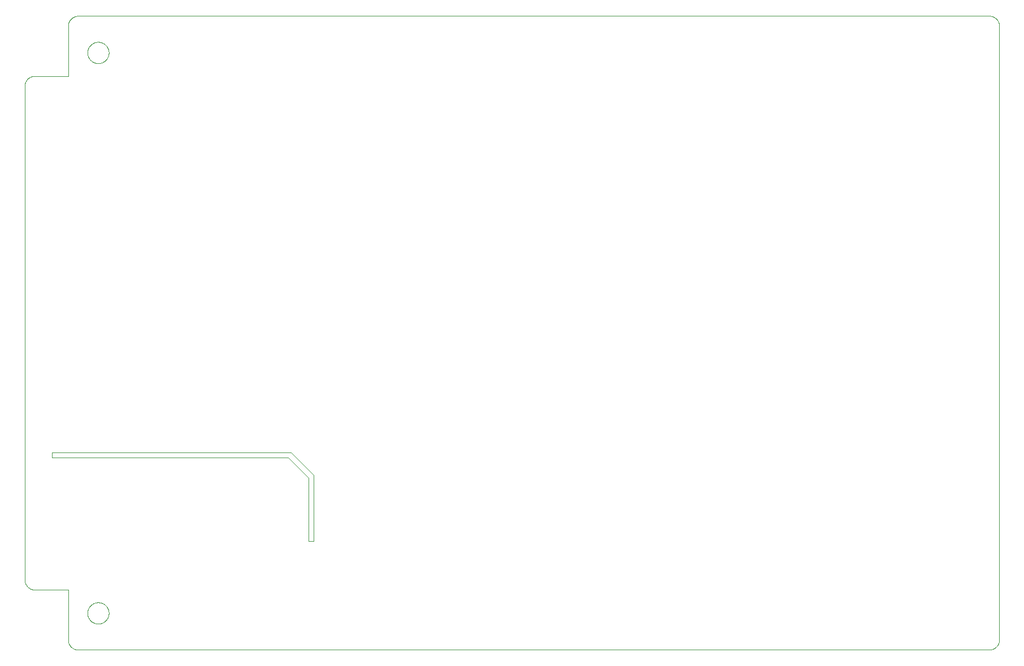
<source format=gko>
G75*
%MOIN*%
%OFA0B0*%
%FSLAX25Y25*%
%IPPOS*%
%LPD*%
%AMOC8*
5,1,8,0,0,1.08239X$1,22.5*
%
%ADD10C,0.00394*%
%ADD11C,0.00000*%
D10*
X0120278Y0071925D02*
X0120278Y0101453D01*
X0100593Y0101453D01*
X0100593Y0101452D02*
X0100441Y0101454D01*
X0100289Y0101460D01*
X0100137Y0101470D01*
X0099986Y0101483D01*
X0099835Y0101501D01*
X0099684Y0101522D01*
X0099534Y0101548D01*
X0099385Y0101577D01*
X0099236Y0101610D01*
X0099089Y0101647D01*
X0098942Y0101687D01*
X0098797Y0101732D01*
X0098653Y0101780D01*
X0098510Y0101832D01*
X0098368Y0101887D01*
X0098228Y0101946D01*
X0098089Y0102009D01*
X0097952Y0102075D01*
X0097817Y0102145D01*
X0097684Y0102218D01*
X0097553Y0102295D01*
X0097423Y0102375D01*
X0097296Y0102458D01*
X0097171Y0102544D01*
X0097048Y0102634D01*
X0096928Y0102727D01*
X0096810Y0102823D01*
X0096694Y0102922D01*
X0096581Y0103024D01*
X0096471Y0103128D01*
X0096363Y0103236D01*
X0096259Y0103346D01*
X0096157Y0103459D01*
X0096058Y0103575D01*
X0095962Y0103693D01*
X0095869Y0103813D01*
X0095779Y0103936D01*
X0095693Y0104061D01*
X0095610Y0104188D01*
X0095530Y0104318D01*
X0095453Y0104449D01*
X0095380Y0104582D01*
X0095310Y0104717D01*
X0095244Y0104854D01*
X0095181Y0104993D01*
X0095122Y0105133D01*
X0095067Y0105275D01*
X0095015Y0105418D01*
X0094967Y0105562D01*
X0094922Y0105707D01*
X0094882Y0105854D01*
X0094845Y0106001D01*
X0094812Y0106150D01*
X0094783Y0106299D01*
X0094757Y0106449D01*
X0094736Y0106600D01*
X0094718Y0106751D01*
X0094705Y0106902D01*
X0094695Y0107054D01*
X0094689Y0107206D01*
X0094687Y0107358D01*
X0094688Y0107358D02*
X0094688Y0398697D01*
X0094687Y0398697D02*
X0094689Y0398849D01*
X0094695Y0399001D01*
X0094705Y0399153D01*
X0094718Y0399304D01*
X0094736Y0399455D01*
X0094757Y0399606D01*
X0094783Y0399756D01*
X0094812Y0399905D01*
X0094845Y0400054D01*
X0094882Y0400201D01*
X0094922Y0400348D01*
X0094967Y0400493D01*
X0095015Y0400637D01*
X0095067Y0400780D01*
X0095122Y0400922D01*
X0095181Y0401062D01*
X0095244Y0401201D01*
X0095310Y0401338D01*
X0095380Y0401473D01*
X0095453Y0401606D01*
X0095530Y0401737D01*
X0095610Y0401867D01*
X0095693Y0401994D01*
X0095779Y0402119D01*
X0095869Y0402242D01*
X0095962Y0402362D01*
X0096058Y0402480D01*
X0096157Y0402596D01*
X0096259Y0402709D01*
X0096363Y0402819D01*
X0096471Y0402927D01*
X0096581Y0403031D01*
X0096694Y0403133D01*
X0096810Y0403232D01*
X0096928Y0403328D01*
X0097048Y0403421D01*
X0097171Y0403511D01*
X0097296Y0403597D01*
X0097423Y0403680D01*
X0097553Y0403760D01*
X0097684Y0403837D01*
X0097817Y0403910D01*
X0097952Y0403980D01*
X0098089Y0404046D01*
X0098228Y0404109D01*
X0098368Y0404168D01*
X0098510Y0404223D01*
X0098653Y0404275D01*
X0098797Y0404323D01*
X0098942Y0404368D01*
X0099089Y0404408D01*
X0099236Y0404445D01*
X0099385Y0404478D01*
X0099534Y0404507D01*
X0099684Y0404533D01*
X0099835Y0404554D01*
X0099986Y0404572D01*
X0100137Y0404585D01*
X0100289Y0404595D01*
X0100441Y0404601D01*
X0100593Y0404603D01*
X0100593Y0404602D02*
X0120278Y0404602D01*
X0120278Y0434130D01*
X0120280Y0434282D01*
X0120286Y0434434D01*
X0120296Y0434586D01*
X0120309Y0434737D01*
X0120327Y0434888D01*
X0120348Y0435039D01*
X0120374Y0435189D01*
X0120403Y0435338D01*
X0120436Y0435487D01*
X0120473Y0435634D01*
X0120513Y0435781D01*
X0120558Y0435926D01*
X0120606Y0436070D01*
X0120658Y0436213D01*
X0120713Y0436355D01*
X0120772Y0436495D01*
X0120835Y0436634D01*
X0120901Y0436771D01*
X0120971Y0436906D01*
X0121044Y0437039D01*
X0121121Y0437170D01*
X0121201Y0437300D01*
X0121284Y0437427D01*
X0121370Y0437552D01*
X0121460Y0437675D01*
X0121553Y0437795D01*
X0121649Y0437913D01*
X0121748Y0438029D01*
X0121850Y0438142D01*
X0121954Y0438252D01*
X0122062Y0438360D01*
X0122172Y0438464D01*
X0122285Y0438566D01*
X0122401Y0438665D01*
X0122519Y0438761D01*
X0122639Y0438854D01*
X0122762Y0438944D01*
X0122887Y0439030D01*
X0123014Y0439113D01*
X0123144Y0439193D01*
X0123275Y0439270D01*
X0123408Y0439343D01*
X0123543Y0439413D01*
X0123680Y0439479D01*
X0123819Y0439542D01*
X0123959Y0439601D01*
X0124101Y0439656D01*
X0124244Y0439708D01*
X0124388Y0439756D01*
X0124533Y0439801D01*
X0124680Y0439841D01*
X0124827Y0439878D01*
X0124976Y0439911D01*
X0125125Y0439940D01*
X0125275Y0439966D01*
X0125426Y0439987D01*
X0125577Y0440005D01*
X0125728Y0440018D01*
X0125880Y0440028D01*
X0126032Y0440034D01*
X0126184Y0440036D01*
X0126184Y0440035D02*
X0663585Y0440035D01*
X0663585Y0440036D02*
X0663737Y0440034D01*
X0663889Y0440028D01*
X0664041Y0440018D01*
X0664192Y0440005D01*
X0664343Y0439987D01*
X0664494Y0439966D01*
X0664644Y0439940D01*
X0664793Y0439911D01*
X0664942Y0439878D01*
X0665089Y0439841D01*
X0665236Y0439801D01*
X0665381Y0439756D01*
X0665525Y0439708D01*
X0665668Y0439656D01*
X0665810Y0439601D01*
X0665950Y0439542D01*
X0666089Y0439479D01*
X0666226Y0439413D01*
X0666361Y0439343D01*
X0666494Y0439270D01*
X0666625Y0439193D01*
X0666755Y0439113D01*
X0666882Y0439030D01*
X0667007Y0438944D01*
X0667130Y0438854D01*
X0667250Y0438761D01*
X0667368Y0438665D01*
X0667484Y0438566D01*
X0667597Y0438464D01*
X0667707Y0438360D01*
X0667815Y0438252D01*
X0667919Y0438142D01*
X0668021Y0438029D01*
X0668120Y0437913D01*
X0668216Y0437795D01*
X0668309Y0437675D01*
X0668399Y0437552D01*
X0668485Y0437427D01*
X0668568Y0437300D01*
X0668648Y0437170D01*
X0668725Y0437039D01*
X0668798Y0436906D01*
X0668868Y0436771D01*
X0668934Y0436634D01*
X0668997Y0436495D01*
X0669056Y0436355D01*
X0669111Y0436213D01*
X0669163Y0436070D01*
X0669211Y0435926D01*
X0669256Y0435781D01*
X0669296Y0435634D01*
X0669333Y0435487D01*
X0669366Y0435338D01*
X0669395Y0435189D01*
X0669421Y0435039D01*
X0669442Y0434888D01*
X0669460Y0434737D01*
X0669473Y0434586D01*
X0669483Y0434434D01*
X0669489Y0434282D01*
X0669491Y0434130D01*
X0669491Y0071925D01*
X0669489Y0071773D01*
X0669483Y0071621D01*
X0669473Y0071469D01*
X0669460Y0071318D01*
X0669442Y0071167D01*
X0669421Y0071016D01*
X0669395Y0070866D01*
X0669366Y0070717D01*
X0669333Y0070568D01*
X0669296Y0070421D01*
X0669256Y0070274D01*
X0669211Y0070129D01*
X0669163Y0069985D01*
X0669111Y0069842D01*
X0669056Y0069700D01*
X0668997Y0069560D01*
X0668934Y0069421D01*
X0668868Y0069284D01*
X0668798Y0069149D01*
X0668725Y0069016D01*
X0668648Y0068885D01*
X0668568Y0068755D01*
X0668485Y0068628D01*
X0668399Y0068503D01*
X0668309Y0068380D01*
X0668216Y0068260D01*
X0668120Y0068142D01*
X0668021Y0068026D01*
X0667919Y0067913D01*
X0667815Y0067803D01*
X0667707Y0067695D01*
X0667597Y0067591D01*
X0667484Y0067489D01*
X0667368Y0067390D01*
X0667250Y0067294D01*
X0667130Y0067201D01*
X0667007Y0067111D01*
X0666882Y0067025D01*
X0666755Y0066942D01*
X0666625Y0066862D01*
X0666494Y0066785D01*
X0666361Y0066712D01*
X0666226Y0066642D01*
X0666089Y0066576D01*
X0665950Y0066513D01*
X0665810Y0066454D01*
X0665668Y0066399D01*
X0665525Y0066347D01*
X0665381Y0066299D01*
X0665236Y0066254D01*
X0665089Y0066214D01*
X0664942Y0066177D01*
X0664793Y0066144D01*
X0664644Y0066115D01*
X0664494Y0066089D01*
X0664343Y0066068D01*
X0664192Y0066050D01*
X0664041Y0066037D01*
X0663889Y0066027D01*
X0663737Y0066021D01*
X0663585Y0066019D01*
X0663585Y0066020D02*
X0126184Y0066020D01*
X0126184Y0066019D02*
X0126032Y0066021D01*
X0125880Y0066027D01*
X0125728Y0066037D01*
X0125577Y0066050D01*
X0125426Y0066068D01*
X0125275Y0066089D01*
X0125125Y0066115D01*
X0124976Y0066144D01*
X0124827Y0066177D01*
X0124680Y0066214D01*
X0124533Y0066254D01*
X0124388Y0066299D01*
X0124244Y0066347D01*
X0124101Y0066399D01*
X0123959Y0066454D01*
X0123819Y0066513D01*
X0123680Y0066576D01*
X0123543Y0066642D01*
X0123408Y0066712D01*
X0123275Y0066785D01*
X0123144Y0066862D01*
X0123014Y0066942D01*
X0122887Y0067025D01*
X0122762Y0067111D01*
X0122639Y0067201D01*
X0122519Y0067294D01*
X0122401Y0067390D01*
X0122285Y0067489D01*
X0122172Y0067591D01*
X0122062Y0067695D01*
X0121954Y0067803D01*
X0121850Y0067913D01*
X0121748Y0068026D01*
X0121649Y0068142D01*
X0121553Y0068260D01*
X0121460Y0068380D01*
X0121370Y0068503D01*
X0121284Y0068628D01*
X0121201Y0068755D01*
X0121121Y0068885D01*
X0121044Y0069016D01*
X0120971Y0069149D01*
X0120901Y0069284D01*
X0120835Y0069421D01*
X0120772Y0069560D01*
X0120713Y0069700D01*
X0120658Y0069842D01*
X0120606Y0069985D01*
X0120558Y0070129D01*
X0120513Y0070274D01*
X0120473Y0070421D01*
X0120436Y0070568D01*
X0120403Y0070717D01*
X0120374Y0070866D01*
X0120348Y0071016D01*
X0120327Y0071167D01*
X0120309Y0071318D01*
X0120296Y0071469D01*
X0120286Y0071621D01*
X0120280Y0071773D01*
X0120278Y0071925D01*
X0262188Y0130270D02*
X0262188Y0167520D01*
X0250188Y0179520D01*
X0110938Y0179520D01*
X0110938Y0182520D01*
X0251688Y0182520D01*
X0265188Y0169020D01*
X0265188Y0130270D01*
X0262188Y0130270D01*
D11*
X0131696Y0087673D02*
X0131698Y0087831D01*
X0131704Y0087989D01*
X0131714Y0088147D01*
X0131728Y0088305D01*
X0131746Y0088462D01*
X0131767Y0088619D01*
X0131793Y0088775D01*
X0131823Y0088931D01*
X0131856Y0089086D01*
X0131894Y0089239D01*
X0131935Y0089392D01*
X0131980Y0089544D01*
X0132029Y0089695D01*
X0132082Y0089844D01*
X0132138Y0089992D01*
X0132198Y0090138D01*
X0132262Y0090283D01*
X0132330Y0090426D01*
X0132401Y0090568D01*
X0132475Y0090708D01*
X0132553Y0090845D01*
X0132635Y0090981D01*
X0132719Y0091115D01*
X0132808Y0091246D01*
X0132899Y0091375D01*
X0132994Y0091502D01*
X0133091Y0091627D01*
X0133192Y0091749D01*
X0133296Y0091868D01*
X0133403Y0091985D01*
X0133513Y0092099D01*
X0133626Y0092210D01*
X0133741Y0092319D01*
X0133859Y0092424D01*
X0133980Y0092526D01*
X0134103Y0092626D01*
X0134229Y0092722D01*
X0134357Y0092815D01*
X0134487Y0092905D01*
X0134620Y0092991D01*
X0134755Y0093075D01*
X0134891Y0093154D01*
X0135030Y0093231D01*
X0135171Y0093303D01*
X0135313Y0093373D01*
X0135457Y0093438D01*
X0135603Y0093500D01*
X0135750Y0093558D01*
X0135899Y0093613D01*
X0136049Y0093664D01*
X0136200Y0093711D01*
X0136352Y0093754D01*
X0136505Y0093793D01*
X0136660Y0093829D01*
X0136815Y0093860D01*
X0136971Y0093888D01*
X0137127Y0093912D01*
X0137284Y0093932D01*
X0137442Y0093948D01*
X0137599Y0093960D01*
X0137758Y0093968D01*
X0137916Y0093972D01*
X0138074Y0093972D01*
X0138232Y0093968D01*
X0138391Y0093960D01*
X0138548Y0093948D01*
X0138706Y0093932D01*
X0138863Y0093912D01*
X0139019Y0093888D01*
X0139175Y0093860D01*
X0139330Y0093829D01*
X0139485Y0093793D01*
X0139638Y0093754D01*
X0139790Y0093711D01*
X0139941Y0093664D01*
X0140091Y0093613D01*
X0140240Y0093558D01*
X0140387Y0093500D01*
X0140533Y0093438D01*
X0140677Y0093373D01*
X0140819Y0093303D01*
X0140960Y0093231D01*
X0141099Y0093154D01*
X0141235Y0093075D01*
X0141370Y0092991D01*
X0141503Y0092905D01*
X0141633Y0092815D01*
X0141761Y0092722D01*
X0141887Y0092626D01*
X0142010Y0092526D01*
X0142131Y0092424D01*
X0142249Y0092319D01*
X0142364Y0092210D01*
X0142477Y0092099D01*
X0142587Y0091985D01*
X0142694Y0091868D01*
X0142798Y0091749D01*
X0142899Y0091627D01*
X0142996Y0091502D01*
X0143091Y0091375D01*
X0143182Y0091246D01*
X0143271Y0091115D01*
X0143355Y0090981D01*
X0143437Y0090845D01*
X0143515Y0090708D01*
X0143589Y0090568D01*
X0143660Y0090426D01*
X0143728Y0090283D01*
X0143792Y0090138D01*
X0143852Y0089992D01*
X0143908Y0089844D01*
X0143961Y0089695D01*
X0144010Y0089544D01*
X0144055Y0089392D01*
X0144096Y0089239D01*
X0144134Y0089086D01*
X0144167Y0088931D01*
X0144197Y0088775D01*
X0144223Y0088619D01*
X0144244Y0088462D01*
X0144262Y0088305D01*
X0144276Y0088147D01*
X0144286Y0087989D01*
X0144292Y0087831D01*
X0144294Y0087673D01*
X0144292Y0087515D01*
X0144286Y0087357D01*
X0144276Y0087199D01*
X0144262Y0087041D01*
X0144244Y0086884D01*
X0144223Y0086727D01*
X0144197Y0086571D01*
X0144167Y0086415D01*
X0144134Y0086260D01*
X0144096Y0086107D01*
X0144055Y0085954D01*
X0144010Y0085802D01*
X0143961Y0085651D01*
X0143908Y0085502D01*
X0143852Y0085354D01*
X0143792Y0085208D01*
X0143728Y0085063D01*
X0143660Y0084920D01*
X0143589Y0084778D01*
X0143515Y0084638D01*
X0143437Y0084501D01*
X0143355Y0084365D01*
X0143271Y0084231D01*
X0143182Y0084100D01*
X0143091Y0083971D01*
X0142996Y0083844D01*
X0142899Y0083719D01*
X0142798Y0083597D01*
X0142694Y0083478D01*
X0142587Y0083361D01*
X0142477Y0083247D01*
X0142364Y0083136D01*
X0142249Y0083027D01*
X0142131Y0082922D01*
X0142010Y0082820D01*
X0141887Y0082720D01*
X0141761Y0082624D01*
X0141633Y0082531D01*
X0141503Y0082441D01*
X0141370Y0082355D01*
X0141235Y0082271D01*
X0141099Y0082192D01*
X0140960Y0082115D01*
X0140819Y0082043D01*
X0140677Y0081973D01*
X0140533Y0081908D01*
X0140387Y0081846D01*
X0140240Y0081788D01*
X0140091Y0081733D01*
X0139941Y0081682D01*
X0139790Y0081635D01*
X0139638Y0081592D01*
X0139485Y0081553D01*
X0139330Y0081517D01*
X0139175Y0081486D01*
X0139019Y0081458D01*
X0138863Y0081434D01*
X0138706Y0081414D01*
X0138548Y0081398D01*
X0138391Y0081386D01*
X0138232Y0081378D01*
X0138074Y0081374D01*
X0137916Y0081374D01*
X0137758Y0081378D01*
X0137599Y0081386D01*
X0137442Y0081398D01*
X0137284Y0081414D01*
X0137127Y0081434D01*
X0136971Y0081458D01*
X0136815Y0081486D01*
X0136660Y0081517D01*
X0136505Y0081553D01*
X0136352Y0081592D01*
X0136200Y0081635D01*
X0136049Y0081682D01*
X0135899Y0081733D01*
X0135750Y0081788D01*
X0135603Y0081846D01*
X0135457Y0081908D01*
X0135313Y0081973D01*
X0135171Y0082043D01*
X0135030Y0082115D01*
X0134891Y0082192D01*
X0134755Y0082271D01*
X0134620Y0082355D01*
X0134487Y0082441D01*
X0134357Y0082531D01*
X0134229Y0082624D01*
X0134103Y0082720D01*
X0133980Y0082820D01*
X0133859Y0082922D01*
X0133741Y0083027D01*
X0133626Y0083136D01*
X0133513Y0083247D01*
X0133403Y0083361D01*
X0133296Y0083478D01*
X0133192Y0083597D01*
X0133091Y0083719D01*
X0132994Y0083844D01*
X0132899Y0083971D01*
X0132808Y0084100D01*
X0132719Y0084231D01*
X0132635Y0084365D01*
X0132553Y0084501D01*
X0132475Y0084638D01*
X0132401Y0084778D01*
X0132330Y0084920D01*
X0132262Y0085063D01*
X0132198Y0085208D01*
X0132138Y0085354D01*
X0132082Y0085502D01*
X0132029Y0085651D01*
X0131980Y0085802D01*
X0131935Y0085954D01*
X0131894Y0086107D01*
X0131856Y0086260D01*
X0131823Y0086415D01*
X0131793Y0086571D01*
X0131767Y0086727D01*
X0131746Y0086884D01*
X0131728Y0087041D01*
X0131714Y0087199D01*
X0131704Y0087357D01*
X0131698Y0087515D01*
X0131696Y0087673D01*
X0131696Y0418382D02*
X0131698Y0418540D01*
X0131704Y0418698D01*
X0131714Y0418856D01*
X0131728Y0419014D01*
X0131746Y0419171D01*
X0131767Y0419328D01*
X0131793Y0419484D01*
X0131823Y0419640D01*
X0131856Y0419795D01*
X0131894Y0419948D01*
X0131935Y0420101D01*
X0131980Y0420253D01*
X0132029Y0420404D01*
X0132082Y0420553D01*
X0132138Y0420701D01*
X0132198Y0420847D01*
X0132262Y0420992D01*
X0132330Y0421135D01*
X0132401Y0421277D01*
X0132475Y0421417D01*
X0132553Y0421554D01*
X0132635Y0421690D01*
X0132719Y0421824D01*
X0132808Y0421955D01*
X0132899Y0422084D01*
X0132994Y0422211D01*
X0133091Y0422336D01*
X0133192Y0422458D01*
X0133296Y0422577D01*
X0133403Y0422694D01*
X0133513Y0422808D01*
X0133626Y0422919D01*
X0133741Y0423028D01*
X0133859Y0423133D01*
X0133980Y0423235D01*
X0134103Y0423335D01*
X0134229Y0423431D01*
X0134357Y0423524D01*
X0134487Y0423614D01*
X0134620Y0423700D01*
X0134755Y0423784D01*
X0134891Y0423863D01*
X0135030Y0423940D01*
X0135171Y0424012D01*
X0135313Y0424082D01*
X0135457Y0424147D01*
X0135603Y0424209D01*
X0135750Y0424267D01*
X0135899Y0424322D01*
X0136049Y0424373D01*
X0136200Y0424420D01*
X0136352Y0424463D01*
X0136505Y0424502D01*
X0136660Y0424538D01*
X0136815Y0424569D01*
X0136971Y0424597D01*
X0137127Y0424621D01*
X0137284Y0424641D01*
X0137442Y0424657D01*
X0137599Y0424669D01*
X0137758Y0424677D01*
X0137916Y0424681D01*
X0138074Y0424681D01*
X0138232Y0424677D01*
X0138391Y0424669D01*
X0138548Y0424657D01*
X0138706Y0424641D01*
X0138863Y0424621D01*
X0139019Y0424597D01*
X0139175Y0424569D01*
X0139330Y0424538D01*
X0139485Y0424502D01*
X0139638Y0424463D01*
X0139790Y0424420D01*
X0139941Y0424373D01*
X0140091Y0424322D01*
X0140240Y0424267D01*
X0140387Y0424209D01*
X0140533Y0424147D01*
X0140677Y0424082D01*
X0140819Y0424012D01*
X0140960Y0423940D01*
X0141099Y0423863D01*
X0141235Y0423784D01*
X0141370Y0423700D01*
X0141503Y0423614D01*
X0141633Y0423524D01*
X0141761Y0423431D01*
X0141887Y0423335D01*
X0142010Y0423235D01*
X0142131Y0423133D01*
X0142249Y0423028D01*
X0142364Y0422919D01*
X0142477Y0422808D01*
X0142587Y0422694D01*
X0142694Y0422577D01*
X0142798Y0422458D01*
X0142899Y0422336D01*
X0142996Y0422211D01*
X0143091Y0422084D01*
X0143182Y0421955D01*
X0143271Y0421824D01*
X0143355Y0421690D01*
X0143437Y0421554D01*
X0143515Y0421417D01*
X0143589Y0421277D01*
X0143660Y0421135D01*
X0143728Y0420992D01*
X0143792Y0420847D01*
X0143852Y0420701D01*
X0143908Y0420553D01*
X0143961Y0420404D01*
X0144010Y0420253D01*
X0144055Y0420101D01*
X0144096Y0419948D01*
X0144134Y0419795D01*
X0144167Y0419640D01*
X0144197Y0419484D01*
X0144223Y0419328D01*
X0144244Y0419171D01*
X0144262Y0419014D01*
X0144276Y0418856D01*
X0144286Y0418698D01*
X0144292Y0418540D01*
X0144294Y0418382D01*
X0144292Y0418224D01*
X0144286Y0418066D01*
X0144276Y0417908D01*
X0144262Y0417750D01*
X0144244Y0417593D01*
X0144223Y0417436D01*
X0144197Y0417280D01*
X0144167Y0417124D01*
X0144134Y0416969D01*
X0144096Y0416816D01*
X0144055Y0416663D01*
X0144010Y0416511D01*
X0143961Y0416360D01*
X0143908Y0416211D01*
X0143852Y0416063D01*
X0143792Y0415917D01*
X0143728Y0415772D01*
X0143660Y0415629D01*
X0143589Y0415487D01*
X0143515Y0415347D01*
X0143437Y0415210D01*
X0143355Y0415074D01*
X0143271Y0414940D01*
X0143182Y0414809D01*
X0143091Y0414680D01*
X0142996Y0414553D01*
X0142899Y0414428D01*
X0142798Y0414306D01*
X0142694Y0414187D01*
X0142587Y0414070D01*
X0142477Y0413956D01*
X0142364Y0413845D01*
X0142249Y0413736D01*
X0142131Y0413631D01*
X0142010Y0413529D01*
X0141887Y0413429D01*
X0141761Y0413333D01*
X0141633Y0413240D01*
X0141503Y0413150D01*
X0141370Y0413064D01*
X0141235Y0412980D01*
X0141099Y0412901D01*
X0140960Y0412824D01*
X0140819Y0412752D01*
X0140677Y0412682D01*
X0140533Y0412617D01*
X0140387Y0412555D01*
X0140240Y0412497D01*
X0140091Y0412442D01*
X0139941Y0412391D01*
X0139790Y0412344D01*
X0139638Y0412301D01*
X0139485Y0412262D01*
X0139330Y0412226D01*
X0139175Y0412195D01*
X0139019Y0412167D01*
X0138863Y0412143D01*
X0138706Y0412123D01*
X0138548Y0412107D01*
X0138391Y0412095D01*
X0138232Y0412087D01*
X0138074Y0412083D01*
X0137916Y0412083D01*
X0137758Y0412087D01*
X0137599Y0412095D01*
X0137442Y0412107D01*
X0137284Y0412123D01*
X0137127Y0412143D01*
X0136971Y0412167D01*
X0136815Y0412195D01*
X0136660Y0412226D01*
X0136505Y0412262D01*
X0136352Y0412301D01*
X0136200Y0412344D01*
X0136049Y0412391D01*
X0135899Y0412442D01*
X0135750Y0412497D01*
X0135603Y0412555D01*
X0135457Y0412617D01*
X0135313Y0412682D01*
X0135171Y0412752D01*
X0135030Y0412824D01*
X0134891Y0412901D01*
X0134755Y0412980D01*
X0134620Y0413064D01*
X0134487Y0413150D01*
X0134357Y0413240D01*
X0134229Y0413333D01*
X0134103Y0413429D01*
X0133980Y0413529D01*
X0133859Y0413631D01*
X0133741Y0413736D01*
X0133626Y0413845D01*
X0133513Y0413956D01*
X0133403Y0414070D01*
X0133296Y0414187D01*
X0133192Y0414306D01*
X0133091Y0414428D01*
X0132994Y0414553D01*
X0132899Y0414680D01*
X0132808Y0414809D01*
X0132719Y0414940D01*
X0132635Y0415074D01*
X0132553Y0415210D01*
X0132475Y0415347D01*
X0132401Y0415487D01*
X0132330Y0415629D01*
X0132262Y0415772D01*
X0132198Y0415917D01*
X0132138Y0416063D01*
X0132082Y0416211D01*
X0132029Y0416360D01*
X0131980Y0416511D01*
X0131935Y0416663D01*
X0131894Y0416816D01*
X0131856Y0416969D01*
X0131823Y0417124D01*
X0131793Y0417280D01*
X0131767Y0417436D01*
X0131746Y0417593D01*
X0131728Y0417750D01*
X0131714Y0417908D01*
X0131704Y0418066D01*
X0131698Y0418224D01*
X0131696Y0418382D01*
M02*

</source>
